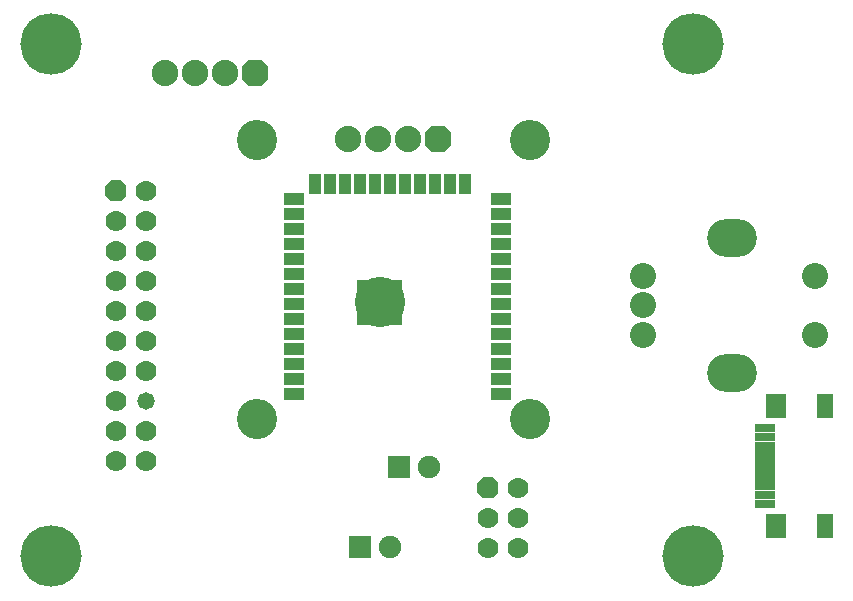
<source format=gbs>
G04*
G04 #@! TF.GenerationSoftware,Altium Limited,Altium Designer,24.3.1 (35)*
G04*
G04 Layer_Color=16711935*
%FSLAX44Y44*%
%MOMM*%
G71*
G04*
G04 #@! TF.SameCoordinates,F933E494-0B61-492B-8715-CC6E50B89988*
G04*
G04*
G04 #@! TF.FilePolarity,Negative*
G04*
G01*
G75*
G04:AMPARAMS|DCode=46|XSize=2.2352mm|YSize=2.2352mm|CornerRadius=0mm|HoleSize=0mm|Usage=FLASHONLY|Rotation=180.000|XOffset=0mm|YOffset=0mm|HoleType=Round|Shape=Octagon|*
%AMOCTAGOND46*
4,1,8,-1.1176,0.5588,-1.1176,-0.5588,-0.5588,-1.1176,0.5588,-1.1176,1.1176,-0.5588,1.1176,0.5588,0.5588,1.1176,-0.5588,1.1176,-1.1176,0.5588,0.0*
%
%ADD46OCTAGOND46*%

%ADD47C,2.2352*%
%ADD48C,1.7780*%
%ADD49C,1.4732*%
G04:AMPARAMS|DCode=50|XSize=1.778mm|YSize=1.778mm|CornerRadius=0mm|HoleSize=0mm|Usage=FLASHONLY|Rotation=270.000|XOffset=0mm|YOffset=0mm|HoleType=Round|Shape=Octagon|*
%AMOCTAGOND50*
4,1,8,-0.4445,-0.8890,0.4445,-0.8890,0.8890,-0.4445,0.8890,0.4445,0.4445,0.8890,-0.4445,0.8890,-0.8890,0.4445,-0.8890,-0.4445,-0.4445,-0.8890,0.0*
%
%ADD50OCTAGOND50*%

%ADD51O,4.2032X3.2032*%
%ADD52C,2.2032*%
%ADD53C,4.2672*%
%ADD54C,1.9032*%
%ADD55R,1.9032X1.9032*%
%ADD56C,3.4032*%
%ADD57C,5.2032*%
%ADD81R,1.6532X0.8032*%
%ADD82R,1.6532X0.5032*%
%ADD83R,1.6532X2.0032*%
%ADD84R,1.4032X2.0032*%
%ADD85R,1.1032X1.1032*%
%ADD86R,1.7032X1.1032*%
%ADD87R,1.1032X1.7032*%
D46*
X172720Y408940D02*
D03*
X327660Y353060D02*
D03*
D47*
X147320Y408940D02*
D03*
X121920D02*
D03*
X96520D02*
D03*
X302260Y353060D02*
D03*
X276860D02*
D03*
X251460D02*
D03*
D48*
X80010Y80010D02*
D03*
X54610D02*
D03*
X80010Y105410D02*
D03*
X54610D02*
D03*
Y130810D02*
D03*
X80010Y156210D02*
D03*
X54610D02*
D03*
X80010Y181610D02*
D03*
X54610D02*
D03*
X80010Y207010D02*
D03*
X54610D02*
D03*
X80010Y232410D02*
D03*
X54610D02*
D03*
X80010Y257810D02*
D03*
X54610D02*
D03*
X80010Y283210D02*
D03*
X54610D02*
D03*
X80010Y308610D02*
D03*
X394970Y57150D02*
D03*
X369570Y31750D02*
D03*
X394970D02*
D03*
X369570Y6350D02*
D03*
X394970D02*
D03*
D49*
X80010Y130810D02*
D03*
D50*
X54610Y308610D02*
D03*
X369570Y57150D02*
D03*
D51*
X576580Y155090D02*
D03*
Y269090D02*
D03*
D52*
X501580Y187090D02*
D03*
X646580D02*
D03*
Y237090D02*
D03*
X501580Y212090D02*
D03*
Y237090D02*
D03*
D53*
X278130Y214630D02*
D03*
D54*
X320040Y74930D02*
D03*
X287020Y7620D02*
D03*
D55*
X294640Y74930D02*
D03*
X261620Y7620D02*
D03*
D56*
X405130Y115570D02*
D03*
X173990D02*
D03*
X405130Y351790D02*
D03*
X173990D02*
D03*
D57*
X0Y0D02*
D03*
Y433070D02*
D03*
X543560D02*
D03*
Y0D02*
D03*
D81*
X604370Y43700D02*
D03*
Y51700D02*
D03*
Y100700D02*
D03*
Y108700D02*
D03*
D82*
Y58700D02*
D03*
Y63700D02*
D03*
Y68700D02*
D03*
Y73700D02*
D03*
Y78700D02*
D03*
Y83700D02*
D03*
Y88700D02*
D03*
Y93700D02*
D03*
D83*
X613520Y126900D02*
D03*
Y25500D02*
D03*
D84*
X655320Y126900D02*
D03*
Y25500D02*
D03*
D85*
X292100Y200660D02*
D03*
Y214660D02*
D03*
Y228660D02*
D03*
X278100D02*
D03*
X264100D02*
D03*
Y214660D02*
D03*
Y200660D02*
D03*
X278100D02*
D03*
Y214660D02*
D03*
D86*
X380600Y137460D02*
D03*
Y150160D02*
D03*
Y162860D02*
D03*
Y175560D02*
D03*
Y188260D02*
D03*
Y200960D02*
D03*
Y213660D02*
D03*
Y226360D02*
D03*
Y239060D02*
D03*
Y251760D02*
D03*
Y264460D02*
D03*
Y277160D02*
D03*
Y289860D02*
D03*
Y302560D02*
D03*
X205600D02*
D03*
Y289860D02*
D03*
Y277160D02*
D03*
Y264460D02*
D03*
Y251760D02*
D03*
Y239060D02*
D03*
Y226360D02*
D03*
Y213660D02*
D03*
Y200960D02*
D03*
Y188260D02*
D03*
Y175560D02*
D03*
Y162860D02*
D03*
Y150160D02*
D03*
Y137460D02*
D03*
D87*
X350250Y315060D02*
D03*
X337550D02*
D03*
X324850D02*
D03*
X312150D02*
D03*
X299450D02*
D03*
X286750D02*
D03*
X274050D02*
D03*
X261350D02*
D03*
X248650D02*
D03*
X235950D02*
D03*
X223250D02*
D03*
M02*

</source>
